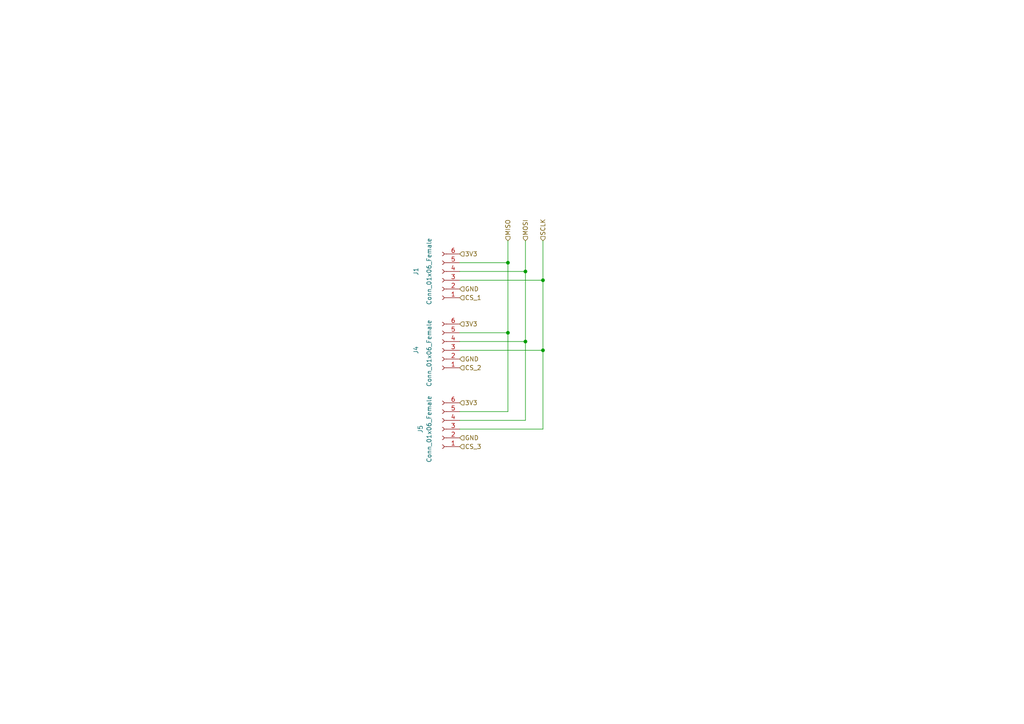
<source format=kicad_sch>
(kicad_sch (version 20211123) (generator eeschema)
  (paper "A4")
  (lib_symbols
    (symbol "Connector:Conn_01x06_Female" (pin_names (offset 1.016) hide)
      (property "Reference" "J" (at 0 7.62 0))
      (property "Value" "Conn_01x06_Female" (at 0 -10.16 0))
      (symbol "Conn_01x06_Female_1_1"
        (arc (start 0 -7.112) (mid -0.508 -7.62) (end 0 -8.128) (stroke (width 0.1524)))
        (arc (start 0 -4.572) (mid -0.508 -5.08) (end 0 -5.588) (stroke (width 0.1524)))
        (arc (start 0 -2.032) (mid -0.508 -2.54) (end 0 -3.048) (stroke (width 0.1524)))
        (polyline (pts (xy -1.27 -7.62) (xy -0.508 -7.62)) (stroke (width 0.1524)))
        (polyline (pts (xy -1.27 -5.08) (xy -0.508 -5.08)) (stroke (width 0.1524)))
        (polyline (pts (xy -1.27 -2.54) (xy -0.508 -2.54)) (stroke (width 0.1524)))
        (polyline (pts (xy -1.27 0) (xy -0.508 0)) (stroke (width 0.1524)))
        (polyline (pts (xy -1.27 2.54) (xy -0.508 2.54)) (stroke (width 0.1524)))
        (polyline (pts (xy -1.27 5.08) (xy -0.508 5.08)) (stroke (width 0.1524)))
        (arc (start 0 0.508) (mid -0.508 0) (end 0 -0.508) (stroke (width 0.1524)))
        (arc (start 0 3.048) (mid -0.508 2.54) (end 0 2.032) (stroke (width 0.1524)))
        (arc (start 0 5.588) (mid -0.508 5.08) (end 0 4.572) (stroke (width 0.1524)))
        (pin passive line (at -5.08 5.08 0) (length 3.81) (name "Pin_1") (number "1"))
        (pin passive line (at -5.08 2.54 0) (length 3.81) (name "Pin_2") (number "2"))
        (pin passive line (at -5.08 0 0) (length 3.81) (name "Pin_3") (number "3"))
        (pin passive line (at -5.08 -2.54 0) (length 3.81) (name "Pin_4") (number "4"))
        (pin passive line (at -5.08 -5.08 0) (length 3.81) (name "Pin_5") (number "5"))
        (pin passive line (at -5.08 -7.62 0) (length 3.81) (name "Pin_6") (number "6"))
      )
    )
  )
  (junction (at 152.4 78.74))
  (junction (at 152.4 99.06))
  (junction (at 147.32 76.2))
  (junction (at 147.32 96.52))
  (junction (at 157.48 81.28))
  (junction (at 157.48 101.6))
  (wire (pts (xy 152.4 99.06) (xy 152.4 78.74)))
  (wire (pts (xy 133.35 81.28) (xy 157.48 81.28)))
  (wire (pts (xy 157.48 124.46) (xy 157.48 101.6)))
  (wire (pts (xy 133.35 119.38) (xy 147.32 119.38)))
  (wire (pts (xy 133.35 101.6) (xy 157.48 101.6)))
  (wire (pts (xy 133.35 96.52) (xy 147.32 96.52)))
  (wire (pts (xy 133.35 78.74) (xy 152.4 78.74)))
  (wire (pts (xy 133.35 99.06) (xy 152.4 99.06)))
  (wire (pts (xy 147.32 76.2) (xy 147.32 69.85)))
  (wire (pts (xy 147.32 96.52) (xy 147.32 76.2)))
  (wire (pts (xy 157.48 81.28) (xy 157.48 69.85)))
  (wire (pts (xy 147.32 119.38) (xy 147.32 96.52)))
  (wire (pts (xy 152.4 121.92) (xy 152.4 99.06)))
  (wire (pts (xy 133.35 76.2) (xy 147.32 76.2)))
  (wire (pts (xy 133.35 124.46) (xy 157.48 124.46)))
  (wire (pts (xy 157.48 101.6) (xy 157.48 81.28)))
  (wire (pts (xy 152.4 78.74) (xy 152.4 69.85)))
  (wire (pts (xy 133.35 121.92) (xy 152.4 121.92)))
  (hierarchical_label "CS_2" (shape input) (at 133.35 106.68 0))
  (hierarchical_label "CS_1" (shape input) (at 133.35 86.36 0))
  (hierarchical_label "3V3" (shape input) (at 133.35 73.66 0))
  (hierarchical_label "3V3" (shape input) (at 133.35 116.84 0))
  (hierarchical_label "MISO" (shape input) (at 147.32 69.85 90))
  (hierarchical_label "GND" (shape input) (at 133.35 127 0))
  (hierarchical_label "3V3" (shape input) (at 133.35 93.98 0))
  (hierarchical_label "MOSI" (shape input) (at 152.4 69.85 90))
  (hierarchical_label "CS_3" (shape input) (at 133.35 129.54 0))
  (hierarchical_label "SCLK" (shape input) (at 157.48 69.85 90))
  (hierarchical_label "GND" (shape input) (at 133.35 104.14 0))
  (hierarchical_label "GND" (shape input) (at 133.35 83.82 0))
  (symbol (lib_id "Connector:Conn_01x06_Female") (at 128.27 101.6 180) (unit 1)
    (property "Reference" "J4" (at 120.65 100.33 90) (effects (justify left)))
    (property "Value" "Conn_01x06_Female" (at 124.46 92.71 90) (effects (justify left)))
    (property "Footprint" "Connector_PinHeader_2.54mm:PinHeader_1x06_P2.54mm_Vertical" (effects hide))
  )
  (symbol (lib_id "Connector:Conn_01x06_Female") (at 128.27 124.46 180) (unit 1)
    (property "Reference" "J5" (at 121.92 124.46 90))
    (property "Value" "Conn_01x06_Female" (at 124.46 124.46 90))
    (property "Footprint" "Connector_PinHeader_2.54mm:PinHeader_1x06_P2.54mm_Vertical" (effects hide))
  )
  (symbol (lib_id "Connector:Conn_01x06_Female") (at 128.27 81.28 180) (unit 1)
    (property "Reference" "J1" (at 120.65 78.74 90))
    (property "Value" "Conn_01x06_Female" (at 124.46 78.74 90))
    (property "Footprint" "Connector_PinHeader_2.54mm:PinHeader_1x06_P2.54mm_Vertical" (effects hide))
  )
)
</source>
